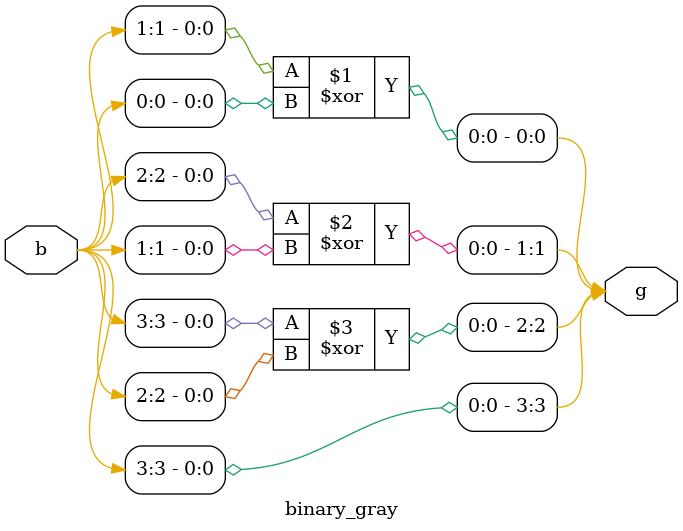
<source format=v>
module binary_gray (b,g);

input [3:0]b;
output [3:0]g;
  
assign g[0]=b[1]^b[0];   
assign g[1]=b[2]^b[1];
assign g[2]=b[3]^b[2];
assign g[3]=b[3];

endmodule
</source>
